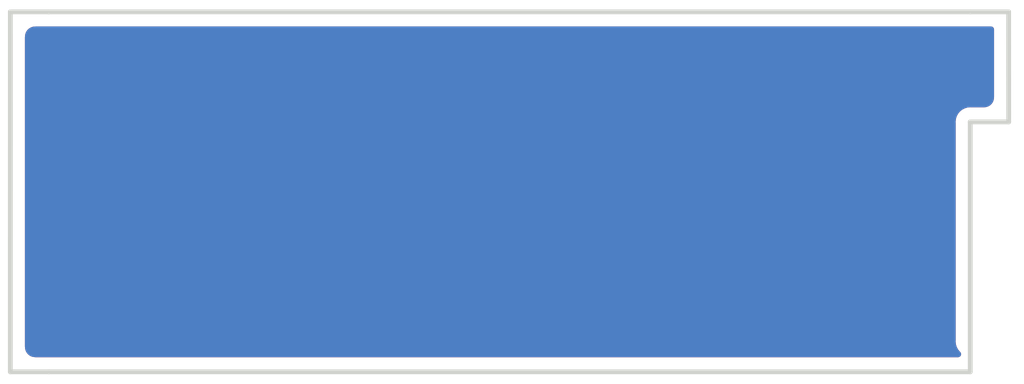
<source format=kicad_pcb>
(kicad_pcb (version 20171130) (host pcbnew "(5.1.8)-1")

  (general
    (thickness 1.6)
    (drawings 9)
    (tracks 0)
    (zones 0)
    (modules 0)
    (nets 1)
  )

  (page A4)
  (layers
    (0 F.Cu signal)
    (31 B.Cu signal)
    (32 B.Adhes user)
    (33 F.Adhes user)
    (34 B.Paste user)
    (35 F.Paste user)
    (36 B.SilkS user)
    (37 F.SilkS user)
    (38 B.Mask user)
    (39 F.Mask user)
    (40 Dwgs.User user)
    (41 Cmts.User user)
    (42 Eco1.User user)
    (43 Eco2.User user)
    (44 Edge.Cuts user)
    (45 Margin user)
    (46 B.CrtYd user)
    (47 F.CrtYd user)
    (48 B.Fab user)
    (49 F.Fab user)
  )

  (setup
    (last_trace_width 0.25)
    (trace_clearance 0.2)
    (zone_clearance 0.508)
    (zone_45_only no)
    (trace_min 0.2)
    (via_size 0.8)
    (via_drill 0.4)
    (via_min_size 0.4)
    (via_min_drill 0.3)
    (uvia_size 0.3)
    (uvia_drill 0.1)
    (uvias_allowed no)
    (uvia_min_size 0.2)
    (uvia_min_drill 0.1)
    (edge_width 0.1)
    (segment_width 0.2)
    (pcb_text_width 0.3)
    (pcb_text_size 1.5 1.5)
    (mod_edge_width 0.15)
    (mod_text_size 1 1)
    (mod_text_width 0.15)
    (pad_size 1.524 1.524)
    (pad_drill 0.762)
    (pad_to_mask_clearance 0)
    (aux_axis_origin 0 0)
    (visible_elements 7FFFFFFF)
    (pcbplotparams
      (layerselection 0x010fc_ffffffff)
      (usegerberextensions false)
      (usegerberattributes true)
      (usegerberadvancedattributes true)
      (creategerberjobfile true)
      (excludeedgelayer true)
      (linewidth 0.100000)
      (plotframeref false)
      (viasonmask false)
      (mode 1)
      (useauxorigin false)
      (hpglpennumber 1)
      (hpglpenspeed 20)
      (hpglpendiameter 15.000000)
      (psnegative false)
      (psa4output false)
      (plotreference true)
      (plotvalue true)
      (plotinvisibletext false)
      (padsonsilk false)
      (subtractmaskfromsilk false)
      (outputformat 1)
      (mirror false)
      (drillshape 1)
      (scaleselection 1)
      (outputdirectory ""))
  )

  (net 0 "")

  (net_class Default "Dies ist die voreingestellte Netzklasse."
    (clearance 0.2)
    (trace_width 0.25)
    (via_dia 0.8)
    (via_drill 0.4)
    (uvia_dia 0.3)
    (uvia_drill 0.1)
  )

  (gr_line (start 20.2425 35.814) (end 21.844 35.814) (layer Edge.Cuts) (width 0.2))
  (gr_line (start 20.2425 35.814) (end 20.2438 20.8153) (layer Edge.Cuts) (width 0.2))
  (gr_line (start 60.244001 35.814) (end 60.244001 25.4) (layer Edge.Cuts) (width 0.2))
  (gr_line (start 61.84646 25.4) (end 60.244001 25.4) (layer Edge.Cuts) (width 0.2))
  (gr_line (start 61.844001 20.814) (end 61.84646 25.4) (layer Edge.Cuts) (width 0.2))
  (gr_line (start 20.2438 20.8153) (end 21.844001 20.814) (layer Edge.Cuts) (width 0.2))
  (gr_line (start 60.244001 20.814) (end 61.844001 20.814) (layer Edge.Cuts) (width 0.2))
  (gr_line (start 21.844001 20.814) (end 60.244001 20.814) (layer Edge.Cuts) (width 0.2))
  (gr_line (start 21.844 35.814) (end 60.244001 35.814) (layer Edge.Cuts) (width 0.2))

  (zone (net 0) (net_name "") (layer F.Cu) (tstamp 0) (hatch edge 0.508)
    (connect_pads (clearance 0.508))
    (min_thickness 0.254)
    (fill yes (arc_segments 32) (thermal_gap 0.508) (thermal_bridge_width 0.508))
    (polygon
      (pts
        (xy 62.484 36.322) (xy 19.812 36.322) (xy 19.812 20.32) (xy 62.484 20.32)
      )
    )
    (filled_polygon
      (pts
        (xy 61.108922 24.3529) (xy 61.099704 24.440176) (xy 61.083594 24.492122) (xy 61.057699 24.539956) (xy 61.023011 24.581844)
        (xy 60.980843 24.616199) (xy 60.932811 24.641707) (xy 60.880734 24.657401) (xy 60.802819 24.665) (xy 60.280106 24.665)
        (xy 60.244001 24.661444) (xy 60.207896 24.665) (xy 60.099916 24.675635) (xy 59.961368 24.717663) (xy 59.833681 24.785913)
        (xy 59.721763 24.877762) (xy 59.629914 24.98968) (xy 59.561664 25.117367) (xy 59.519636 25.255915) (xy 59.505445 25.4)
        (xy 59.509002 25.436115) (xy 59.509001 34.507895) (xy 59.505445 34.544) (xy 59.519636 34.688085) (xy 59.561664 34.826633)
        (xy 59.629914 34.95432) (xy 59.721763 35.066238) (xy 59.737313 35.079) (xy 21.308445 35.079) (xy 21.215887 35.069925)
        (xy 21.161427 35.053482) (xy 21.1112 35.026776) (xy 21.067117 34.990823) (xy 21.030857 34.946993) (xy 21.003799 34.896949)
        (xy 20.986978 34.842611) (xy 20.9775 34.752432) (xy 20.9775 21.879945) (xy 20.986575 21.787387) (xy 21.003017 21.732929)
        (xy 21.029727 21.682696) (xy 21.065676 21.638617) (xy 21.109509 21.602356) (xy 21.159548 21.5753) (xy 21.213889 21.558478)
        (xy 21.304068 21.549) (xy 61.108985 21.549)
      )
    )
  )
  (zone (net 0) (net_name "") (layer B.Cu) (tstamp 0) (hatch edge 0.508)
    (connect_pads (clearance 0.508))
    (min_thickness 0.254)
    (fill yes (arc_segments 32) (thermal_gap 0.508) (thermal_bridge_width 0.508))
    (polygon
      (pts
        (xy 62.484 36.322) (xy 20.32 36.322) (xy 19.812 36.322) (xy 19.812 20.32) (xy 62.484 20.32)
      )
    )
    (filled_polygon
      (pts
        (xy 61.108922 24.3529) (xy 61.099704 24.440176) (xy 61.083594 24.492122) (xy 61.057699 24.539956) (xy 61.023011 24.581844)
        (xy 60.980843 24.616199) (xy 60.932811 24.641707) (xy 60.880734 24.657401) (xy 60.802819 24.665) (xy 60.280106 24.665)
        (xy 60.244001 24.661444) (xy 60.207896 24.665) (xy 60.099916 24.675635) (xy 59.961368 24.717663) (xy 59.833681 24.785913)
        (xy 59.721763 24.877762) (xy 59.629914 24.98968) (xy 59.561664 25.117367) (xy 59.519636 25.255915) (xy 59.505445 25.4)
        (xy 59.509002 25.436115) (xy 59.509001 34.507895) (xy 59.505445 34.544) (xy 59.519636 34.688085) (xy 59.561664 34.826633)
        (xy 59.629914 34.95432) (xy 59.721763 35.066238) (xy 59.737313 35.079) (xy 21.308445 35.079) (xy 21.215887 35.069925)
        (xy 21.161427 35.053482) (xy 21.1112 35.026776) (xy 21.067117 34.990823) (xy 21.030857 34.946993) (xy 21.003799 34.896949)
        (xy 20.986978 34.842611) (xy 20.9775 34.752432) (xy 20.9775 21.879945) (xy 20.986575 21.787387) (xy 21.003017 21.732929)
        (xy 21.029727 21.682696) (xy 21.065676 21.638617) (xy 21.109509 21.602356) (xy 21.159548 21.5753) (xy 21.213889 21.558478)
        (xy 21.304068 21.549) (xy 61.108985 21.549)
      )
    )
  )
)

</source>
